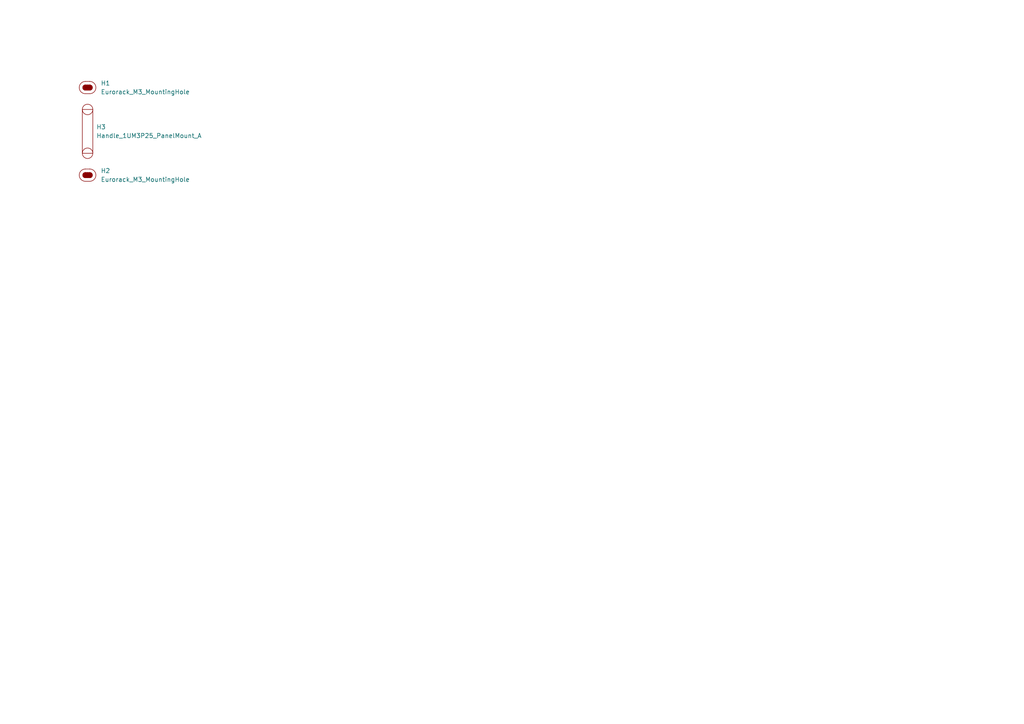
<source format=kicad_sch>
(kicad_sch (version 20250114) (generator "eeschema") (generator_version "9.0")
  (paper "A4")
  (lib_symbols
    (symbol "EXC:Eurorack_M3_MountingHole" (pin_names (offset 1.016))
      (property "Reference" "H" (at 0 5.08 0))
      (property "Value" "Eurorack_M3_MountingHole" (at 0 3.175 0))
      (symbol "Eurorack_M3_MountingHole_0_1"
        (polyline (pts (xy -0.635 0.762) (xy 0.635 0.762)))
        (circle (center -0.635 0) (radius 0.762) (fill (type outline)))
        (arc (start -0.635 -0.762) (mid -1.397 0) (end -0.635 0.762))
        (arc (start -0.635 -1.778) (mid -2.413 0) (end -0.635 1.778))
        (polyline (pts (xy -0.635 -0.762) (xy 0.635 -0.762)))
        (polyline (pts (xy -0.635 -1.778) (xy 0.635 -1.778)))
        (circle (center 0 0) (radius 0.762) (fill (type outline)))
        (polyline (pts (xy 0.635 1.778) (xy -0.635 1.778)))
        (arc (start 0.6141 1.778) (mid 2.4131 0) (end 0.6141 -1.778))
        (arc (start 0.6227 0.762) (mid 1.3971 0) (end 0.6227 -0.762))
        (circle (center 0.635 0) (radius 0.762) (fill (type outline)))
      )
    )
    (symbol "EXC:Handle_1UM3P25_A"
      (property "Reference" "H" (at 0 -6.35 0))
      (property "Value" "Handle_1UM3P25_PanelMount_A" (at 0.254 -17.018 0))
      (symbol "Handle_1UM3P25_A_0_1"
        (rectangle (start -1.524 0) (end 1.524 -12.7))
        (circle (center 0 0) (radius 1.524))
        (circle (center 0 -12.7) (radius 1.524))
      )
    )
  )
  (symbol (lib_id "EXC:Eurorack_M3_MountingHole") (at 25.4 25.4 0) (unit 1)
    (property "Reference" "H1" (at 29.21 24.1299 0) (effects (justify left)))
    (property "Value" "Eurorack_M3_MountingHole" (at 29.21 26.6699 0) (effects (justify left)))
    (property "Footprint" "EXC:MountingHole_3.2mm_M3" (effects (hide yes)))
    (property "Description" "Mounting Hole without connection" (effects (hide yes)))
  )
  (symbol (lib_id "EXC:Handle_1UM3P25_A") (at 25.4 31.75 0) (unit 1)
    (property "Reference" "H3" (at 27.94 36.8299 0) (effects (justify left)))
    (property "Value" "Handle_1UM3P25_PanelMount_A" (at 27.94 39.3699 0) (effects (justify left)))
    (property "Footprint" "EXC:Handle_1UM3P25_A" (effects (hide yes)))
  )
  (symbol (lib_id "EXC:Eurorack_M3_MountingHole") (at 25.4 50.8 0) (unit 1)
    (property "Reference" "H2" (at 29.21 49.5299 0) (effects (justify left)))
    (property "Value" "Eurorack_M3_MountingHole" (at 29.21 52.0699 0) (effects (justify left)))
    (property "Footprint" "EXC:MountingHole_3.2mm_M3" (effects (hide yes)))
    (property "Description" "Mounting Hole without connection" (effects (hide yes)))
  )
)
</source>
